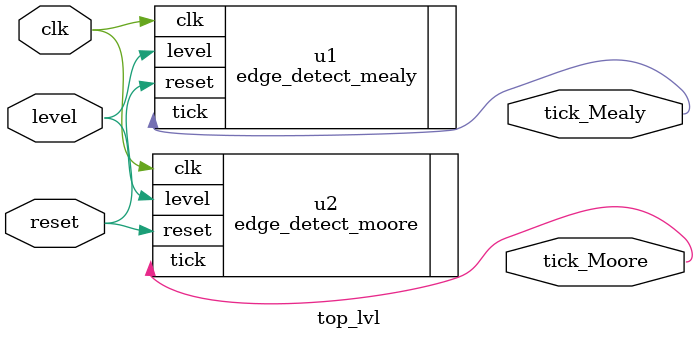
<source format=sv>
`timescale 1ns / 1ps

module top_lvl(
    input clk,
    input reset,
    input level,
    output tick_Moore, tick_Mealy
    );
    
    edge_detect_mealy u1 (.clk(clk),.reset(reset),.level(level),.tick(tick_Mealy));
    edge_detect_moore u2(.clk(clk),.reset(reset),.level(level),.tick(tick_Moore));
endmodule

</source>
